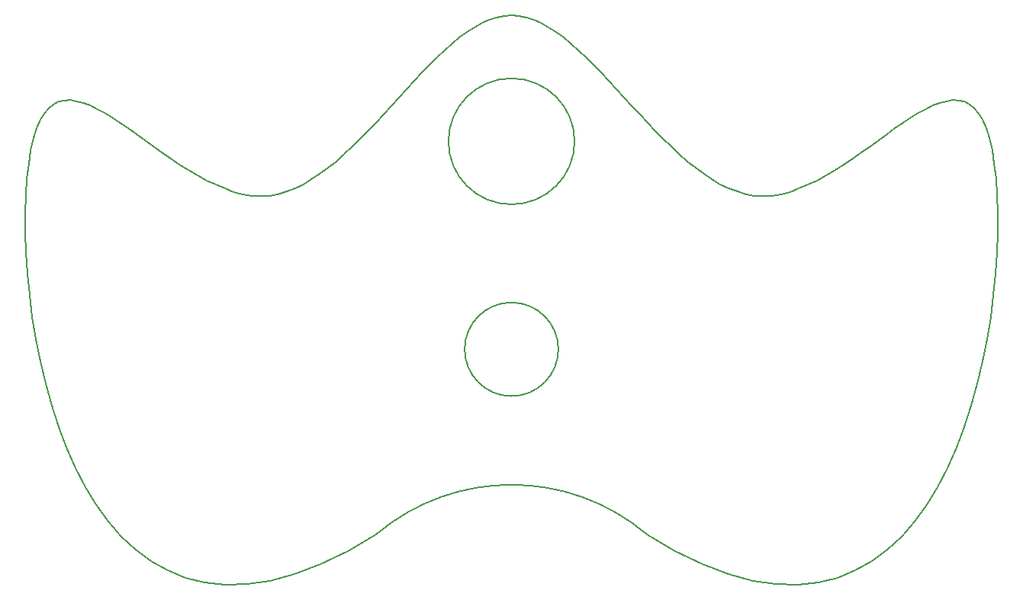
<source format=gbr>
%TF.GenerationSoftware,KiCad,Pcbnew,(6.0.1)*%
%TF.CreationDate,2022-01-29T22:41:37+01:00*%
%TF.ProjectId,AntenneCentraleDipoloStrumentato,416e7465-6e6e-4654-9365-6e7472616c65,rev?*%
%TF.SameCoordinates,Original*%
%TF.FileFunction,Profile,NP*%
%FSLAX46Y46*%
G04 Gerber Fmt 4.6, Leading zero omitted, Abs format (unit mm)*
G04 Created by KiCad (PCBNEW (6.0.1)) date 2022-01-29 22:41:37*
%MOMM*%
%LPD*%
G01*
G04 APERTURE LIST*
%TA.AperFunction,Profile*%
%ADD10C,0.200000*%
%TD*%
%ADD11C,0.200000*%
G04 APERTURE END LIST*
D10*
X163700021Y-120843757D02*
G75*
G03*
X133700000Y-120843757I-15000011J-17761409D01*
G01*
D11*
X95356700Y-78184000D02*
X95655704Y-76882760D01*
X96006408Y-75776751D01*
X96406860Y-74855877D01*
X96855104Y-74110044D01*
X97349188Y-73529158D01*
X97887158Y-73103124D01*
X98467060Y-72821847D01*
X99086942Y-72675234D01*
X99744849Y-72653189D01*
X100438827Y-72745619D01*
X101166924Y-72942429D01*
X101927186Y-73233525D01*
X102717660Y-73608812D01*
X103536391Y-74058195D01*
X104381426Y-74571581D01*
X105250812Y-75138875D01*
X106142595Y-75749982D01*
X107054822Y-76394808D01*
X107985539Y-77063259D01*
X108932792Y-77745240D01*
X109894629Y-78430657D01*
X110869095Y-79109415D01*
X111854237Y-79771420D01*
X112848101Y-80406578D01*
X113848734Y-81004793D01*
X114854183Y-81555973D01*
X115862493Y-82050022D01*
X116871712Y-82476845D01*
X117879886Y-82826349D01*
X118885060Y-83088439D01*
X119885283Y-83253021D01*
X120878600Y-83310000D01*
X133700000Y-120843757D02*
X130502380Y-122725672D01*
X127469630Y-124203622D01*
X124598162Y-125297259D01*
X121884388Y-126026238D01*
X119324720Y-126410214D01*
X116915571Y-126468841D01*
X114653353Y-126221774D01*
X112534479Y-125688667D01*
X110555361Y-124889176D01*
X108712411Y-123842953D01*
X107002042Y-122569655D01*
X105420665Y-121088935D01*
X103964694Y-119420449D01*
X102630541Y-117583849D01*
X101414618Y-115598792D01*
X100313337Y-113484932D01*
X99323111Y-111261922D01*
X98440352Y-108949419D01*
X97661473Y-106567075D01*
X96982885Y-104134546D01*
X96401002Y-101671487D01*
X95912235Y-99197551D01*
X95512998Y-96732394D01*
X95199701Y-94295669D01*
X94968758Y-91907032D01*
X94816582Y-89586137D01*
X94739583Y-87352638D01*
X94734175Y-85226190D01*
X94796771Y-83226448D01*
X94923782Y-81373066D01*
X95111621Y-79685698D01*
X95356700Y-78184000D01*
D10*
X155700000Y-77221000D02*
G75*
G03*
X155700000Y-77221000I-7000000J0D01*
G01*
D11*
X148700000Y-63221000D02*
X149522237Y-63278625D01*
X150344776Y-63446597D01*
X151167918Y-63717560D01*
X151991964Y-64084158D01*
X152817216Y-64539033D01*
X153643975Y-65074830D01*
X154472542Y-65684193D01*
X155303218Y-66359765D01*
X156136306Y-67094190D01*
X156972106Y-67880112D01*
X157810921Y-68710174D01*
X158653050Y-69577021D01*
X159498797Y-70473296D01*
X160348461Y-71391642D01*
X161202345Y-72324704D01*
X162060750Y-73265125D01*
X162923976Y-74205548D01*
X163792327Y-75138619D01*
X164666103Y-76056980D01*
X165545605Y-76953275D01*
X166431135Y-77820148D01*
X167322994Y-78650242D01*
X168221484Y-79436202D01*
X169126906Y-80170671D01*
X170039561Y-80846293D01*
X170959751Y-81455712D01*
X171887777Y-81991570D01*
X172823941Y-82446513D01*
X173768544Y-82813184D01*
X174721887Y-83084226D01*
X175684272Y-83252283D01*
X176656000Y-83310000D01*
D10*
X153900000Y-100313000D02*
G75*
G03*
X153900000Y-100313000I-5200000J0D01*
G01*
D11*
X202043000Y-78184000D02*
X202288106Y-79685698D01*
X202475970Y-81373066D01*
X202603005Y-83226448D01*
X202665623Y-85226190D01*
X202660236Y-87352638D01*
X202583257Y-89586137D01*
X202431098Y-91907032D01*
X202200172Y-94295669D01*
X201886891Y-96732394D01*
X201487667Y-99197551D01*
X200998913Y-101671487D01*
X200417042Y-104134546D01*
X199738465Y-106567075D01*
X198959595Y-108949419D01*
X198076845Y-111261922D01*
X197086627Y-113484932D01*
X195985353Y-115598792D01*
X194769437Y-117583849D01*
X193435289Y-119420449D01*
X191979323Y-121088935D01*
X190397951Y-122569655D01*
X188687586Y-123842953D01*
X186844639Y-124889176D01*
X184865524Y-125688667D01*
X182746653Y-126221774D01*
X180484437Y-126468841D01*
X178075291Y-126410214D01*
X175515625Y-126026238D01*
X172801853Y-125297259D01*
X169930386Y-124203622D01*
X166897638Y-122725672D01*
X163700021Y-120843757D01*
X120878600Y-83310000D02*
X121838099Y-83252283D01*
X122789019Y-83084226D01*
X123731637Y-82813184D01*
X124666230Y-82446513D01*
X125593073Y-81991570D01*
X126512444Y-81455712D01*
X127424620Y-80846293D01*
X128329878Y-80170671D01*
X129228493Y-79436202D01*
X130120743Y-78650242D01*
X131006905Y-77820148D01*
X131887255Y-76953275D01*
X132762071Y-76056980D01*
X133631628Y-75138619D01*
X134496203Y-74205548D01*
X135356075Y-73265125D01*
X136211518Y-72324704D01*
X137062810Y-71391642D01*
X137910227Y-70473296D01*
X138754047Y-69577021D01*
X139594546Y-68710174D01*
X140432000Y-67880112D01*
X141266687Y-67094190D01*
X142098884Y-66359765D01*
X142928866Y-65684193D01*
X143756912Y-65074830D01*
X144583296Y-64539033D01*
X145408298Y-64084158D01*
X146232192Y-63717560D01*
X147055256Y-63446597D01*
X147877766Y-63278625D01*
X148700000Y-63221000D01*
X176656000Y-83310000D02*
X177637089Y-83253021D01*
X178625850Y-83088439D01*
X179620304Y-82826349D01*
X180618474Y-82476845D01*
X181618380Y-82050022D01*
X182618045Y-81555973D01*
X183615489Y-81004793D01*
X184608734Y-80406578D01*
X185595802Y-79771420D01*
X186574714Y-79109415D01*
X187543492Y-78430657D01*
X188500158Y-77745240D01*
X189442732Y-77063259D01*
X190369237Y-76394808D01*
X191277694Y-75749982D01*
X192166125Y-75138875D01*
X193032550Y-74571581D01*
X193874992Y-74058195D01*
X194691473Y-73608812D01*
X195480013Y-73233525D01*
X196238635Y-72942429D01*
X196965359Y-72745619D01*
X197658208Y-72653189D01*
X198315203Y-72675234D01*
X198934365Y-72821847D01*
X199513716Y-73103124D01*
X200051278Y-73529158D01*
X200545072Y-74110044D01*
X200993119Y-74855877D01*
X201393442Y-75776751D01*
X201744062Y-76882760D01*
X202043000Y-78184000D01*
M02*

</source>
